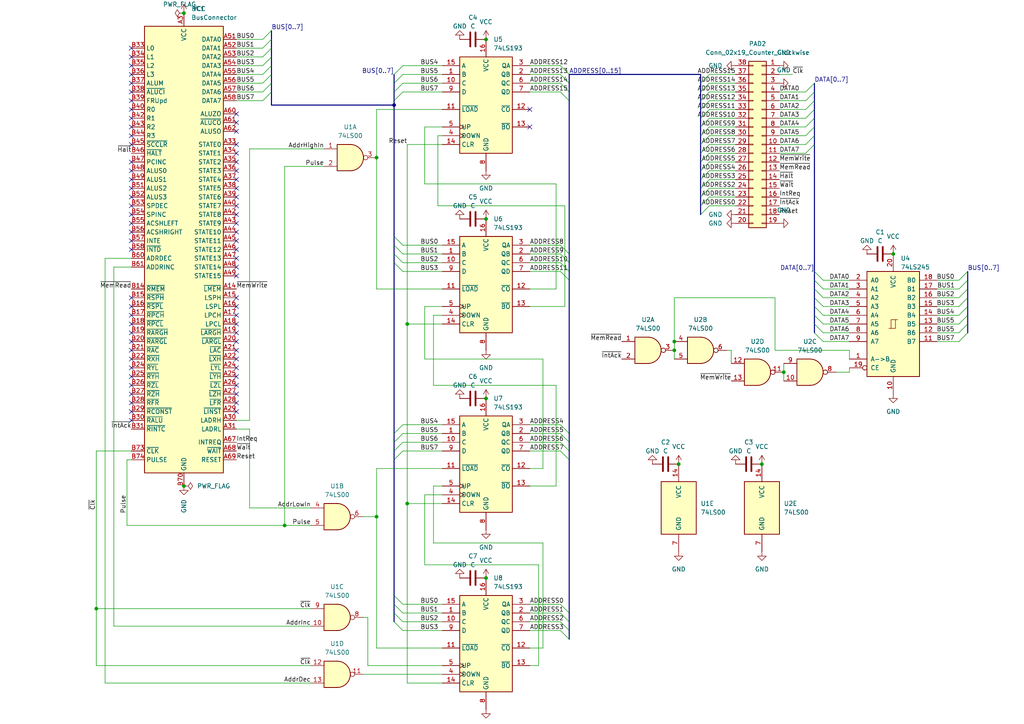
<source format=kicad_sch>
(kicad_sch (version 20250114) (generator "eeschema") (generator_version "9.0")
  (paper "A4")
  (junction (at 140.97 167.64))
  (junction (at 109.22 149.86))
  (junction (at 196.85 134.62))
  (junction (at 118.11 146.05))
  (junction (at 140.97 115.57))
  (junction (at 195.58 101.6))
  (junction (at 140.97 11.43))
  (junction (at 109.22 45.72))
  (junction (at 118.11 93.98))
  (junction (at 114.3 30.48))
  (junction (at 140.97 63.5))
  (junction (at 220.98 134.62))
  (junction (at 27.94 176.53))
  (junction (at 195.58 99.06))
  (junction (at 53.34 3.81))
  (junction (at 53.34 140.97))
  (junction (at 227.33 107.95))
  (junction (at 82.55 152.4))
  (junction (at 259.08 73.66))
  (no_connect (at 68.58 109.22))
  (no_connect (at 38.1 109.22))
  (no_connect (at 68.58 88.9))
  (no_connect (at 38.1 52.07))
  (no_connect (at 68.58 111.76))
  (no_connect (at 68.58 38.1))
  (no_connect (at 38.1 39.37))
  (no_connect (at 68.58 62.23))
  (no_connect (at 68.58 72.39))
  (no_connect (at 68.58 116.84))
  (no_connect (at 38.1 121.92))
  (no_connect (at 38.1 91.44))
  (no_connect (at 38.1 114.3))
  (no_connect (at 38.1 106.68))
  (no_connect (at 38.1 59.69))
  (no_connect (at 68.58 77.47))
  (no_connect (at 38.1 34.29))
  (no_connect (at 68.58 96.52))
  (no_connect (at 68.58 74.93))
  (no_connect (at 38.1 88.9))
  (no_connect (at 38.1 13.97))
  (no_connect (at 68.58 101.6))
  (no_connect (at 38.1 36.83))
  (no_connect (at 68.58 106.68))
  (no_connect (at 68.58 91.44))
  (no_connect (at 38.1 19.05))
  (no_connect (at 38.1 67.31))
  (no_connect (at 38.1 31.75))
  (no_connect (at 68.58 54.61))
  (no_connect (at 68.58 93.98))
  (no_connect (at 38.1 69.85))
  (no_connect (at 38.1 49.53))
  (no_connect (at 38.1 86.36))
  (no_connect (at 38.1 93.98))
  (no_connect (at 38.1 41.91))
  (no_connect (at 68.58 69.85))
  (no_connect (at 68.58 49.53))
  (no_connect (at 38.1 16.51))
  (no_connect (at 38.1 21.59))
  (no_connect (at 38.1 29.21))
  (no_connect (at 38.1 26.67))
  (no_connect (at 68.58 80.01))
  (no_connect (at 38.1 46.99))
  (no_connect (at 38.1 24.13))
  (no_connect (at 68.58 57.15))
  (no_connect (at 38.1 119.38))
  (no_connect (at 38.1 54.61))
  (no_connect (at 38.1 104.14))
  (no_connect (at 153.67 36.83))
  (no_connect (at 38.1 101.6))
  (no_connect (at 38.1 116.84))
  (no_connect (at 38.1 62.23))
  (no_connect (at 68.58 44.45))
  (no_connect (at 153.67 31.75))
  (no_connect (at 68.58 46.99))
  (no_connect (at 68.58 86.36))
  (no_connect (at 68.58 59.69))
  (no_connect (at 68.58 64.77))
  (no_connect (at 38.1 111.76))
  (no_connect (at 68.58 33.02))
  (no_connect (at 38.1 99.06))
  (no_connect (at 38.1 72.39))
  (no_connect (at 38.1 64.77))
  (no_connect (at 68.58 114.3))
  (no_connect (at 68.58 119.38))
  (no_connect (at 68.58 52.07))
  (no_connect (at 68.58 41.91))
  (no_connect (at 68.58 104.14))
  (no_connect (at 38.1 57.15))
  (no_connect (at 38.1 96.52))
  (no_connect (at 68.58 99.06))
  (no_connect (at 68.58 35.56))
  (no_connect (at 68.58 67.31))
  (bus_entry (at 78.74 8.89) (size -2.54 2.54))
  (bus_entry (at 236.22 34.29) (size -2.54 2.54))
  (bus_entry (at 203.2 34.29) (size 2.54 -2.54))
  (bus_entry (at 165.1 76.2) (size -2.54 -2.54))
  (bus_entry (at 236.22 91.44) (size 2.54 2.54))
  (bus_entry (at 203.2 52.07) (size 2.54 -2.54))
  (bus_entry (at 203.2 44.45) (size 2.54 -2.54))
  (bus_entry (at 78.74 26.67) (size -2.54 2.54))
  (bus_entry (at 203.2 54.61) (size 2.54 -2.54))
  (bus_entry (at 165.1 78.74) (size -2.54 -2.54))
  (bus_entry (at 114.3 125.73) (size 2.54 -2.54))
  (bus_entry (at 203.2 41.91) (size 2.54 -2.54))
  (bus_entry (at 236.22 36.83) (size -2.54 2.54))
  (bus_entry (at 114.3 68.58) (size 2.54 2.54))
  (bus_entry (at 165.1 182.88) (size -2.54 -2.54))
  (bus_entry (at 203.2 46.99) (size 2.54 -2.54))
  (bus_entry (at 203.2 31.75) (size 2.54 -2.54))
  (bus_entry (at 114.3 24.13) (size 2.54 -2.54))
  (bus_entry (at 114.3 180.34) (size 2.54 2.54))
  (bus_entry (at 114.3 175.26) (size 2.54 2.54))
  (bus_entry (at 114.3 29.21) (size 2.54 -2.54))
  (bus_entry (at 203.2 36.83) (size 2.54 -2.54))
  (bus_entry (at 236.22 93.98) (size 2.54 2.54))
  (bus_entry (at 165.1 81.28) (size -2.54 -2.54))
  (bus_entry (at 203.2 59.69) (size 2.54 -2.54))
  (bus_entry (at 165.1 185.42) (size -2.54 -2.54))
  (bus_entry (at 203.2 39.37) (size 2.54 -2.54))
  (bus_entry (at 236.22 29.21) (size -2.54 2.54))
  (bus_entry (at 236.22 24.13) (size -2.54 2.54))
  (bus_entry (at 280.67 78.74) (size -2.54 2.54))
  (bus_entry (at 236.22 78.74) (size 2.54 2.54))
  (bus_entry (at 114.3 21.59) (size 2.54 -2.54))
  (bus_entry (at 165.1 29.21) (size -2.54 -2.54))
  (bus_entry (at 78.74 19.05) (size -2.54 2.54))
  (bus_entry (at 114.3 177.8) (size 2.54 2.54))
  (bus_entry (at 236.22 26.67) (size -2.54 2.54))
  (bus_entry (at 78.74 11.43) (size -2.54 2.54))
  (bus_entry (at 165.1 133.35) (size -2.54 -2.54))
  (bus_entry (at 114.3 133.35) (size 2.54 -2.54))
  (bus_entry (at 280.67 88.9) (size -2.54 2.54))
  (bus_entry (at 114.3 71.12) (size 2.54 2.54))
  (bus_entry (at 203.2 24.13) (size 2.54 -2.54))
  (bus_entry (at 78.74 16.51) (size -2.54 2.54))
  (bus_entry (at 165.1 125.73) (size -2.54 -2.54))
  (bus_entry (at 114.3 76.2) (size 2.54 2.54))
  (bus_entry (at 203.2 26.67) (size 2.54 -2.54))
  (bus_entry (at 165.1 180.34) (size -2.54 -2.54))
  (bus_entry (at 114.3 172.72) (size 2.54 2.54))
  (bus_entry (at 236.22 41.91) (size -2.54 2.54))
  (bus_entry (at 114.3 130.81) (size 2.54 -2.54))
  (bus_entry (at 165.1 73.66) (size -2.54 -2.54))
  (bus_entry (at 78.74 24.13) (size -2.54 2.54))
  (bus_entry (at 165.1 26.67) (size -2.54 -2.54))
  (bus_entry (at 236.22 83.82) (size 2.54 2.54))
  (bus_entry (at 203.2 57.15) (size 2.54 -2.54))
  (bus_entry (at 78.74 13.97) (size -2.54 2.54))
  (bus_entry (at 114.3 26.67) (size 2.54 -2.54))
  (bus_entry (at 280.67 96.52) (size -2.54 2.54))
  (bus_entry (at 78.74 21.59) (size -2.54 2.54))
  (bus_entry (at 165.1 177.8) (size -2.54 -2.54))
  (bus_entry (at 165.1 24.13) (size -2.54 -2.54))
  (bus_entry (at 280.67 86.36) (size -2.54 2.54))
  (bus_entry (at 236.22 81.28) (size 2.54 2.54))
  (bus_entry (at 236.22 88.9) (size 2.54 2.54))
  (bus_entry (at 280.67 81.28) (size -2.54 2.54))
  (bus_entry (at 165.1 128.27) (size -2.54 -2.54))
  (bus_entry (at 236.22 31.75) (size -2.54 2.54))
  (bus_entry (at 280.67 83.82) (size -2.54 2.54))
  (bus_entry (at 236.22 96.52) (size 2.54 2.54))
  (bus_entry (at 203.2 29.21) (size 2.54 -2.54))
  (bus_entry (at 203.2 62.23) (size 2.54 -2.54))
  (bus_entry (at 114.3 128.27) (size 2.54 -2.54))
  (bus_entry (at 203.2 49.53) (size 2.54 -2.54))
  (bus_entry (at 236.22 86.36) (size 2.54 2.54))
  (bus_entry (at 165.1 130.81) (size -2.54 -2.54))
  (bus_entry (at 236.22 39.37) (size -2.54 2.54))
  (bus_entry (at 280.67 91.44) (size -2.54 2.54))
  (bus_entry (at 280.67 93.98) (size -2.54 2.54))
  (bus_entry (at 165.1 21.59) (size -2.54 -2.54))
  (bus_entry (at 114.3 73.66) (size 2.54 2.54))
  (bus (pts (xy 203.2 34.29) (xy 203.2 36.83)))
  (wire (pts (xy 153.67 76.2) (xy 162.56 76.2)))
  (wire (pts (xy 213.36 44.45) (xy 205.74 44.45)))
  (wire (pts (xy 116.84 180.34) (xy 128.27 180.34)))
  (wire (pts (xy 213.36 29.21) (xy 205.74 29.21)))
  (wire (pts (xy 109.22 187.96) (xy 128.27 187.96)))
  (wire (pts (xy 106.68 179.07) (xy 106.68 193.04)))
  (wire (pts (xy 226.06 26.67) (xy 233.68 26.67)))
  (wire (pts (xy 226.06 36.83) (xy 233.68 36.83)))
  (wire (pts (xy 116.84 24.13) (xy 128.27 24.13)))
  (bus (pts (xy 78.74 8.89) (xy 78.74 11.43)))
  (wire (pts (xy 246.38 88.9) (xy 238.76 88.9)))
  (bus (pts (xy 203.2 26.67) (xy 203.2 29.21)))
  (bus (pts (xy 114.3 180.34) (xy 114.3 177.8)))
  (wire (pts (xy 118.11 146.05) (xy 128.27 146.05)))
  (bus (pts (xy 114.3 172.72) (xy 114.3 133.35)))
  (wire (pts (xy 153.67 187.96) (xy 157.48 187.96)))
  (wire (pts (xy 36.83 133.35) (xy 38.1 133.35)))
  (bus (pts (xy 78.74 16.51) (xy 78.74 19.05)))
  (wire (pts (xy 68.58 16.51) (xy 76.2 16.51)))
  (bus (pts (xy 236.22 91.44) (xy 236.22 93.98)))
  (wire (pts (xy 72.39 121.92) (xy 68.58 121.92)))
  (bus (pts (xy 236.22 41.91) (xy 236.22 78.74)))
  (wire (pts (xy 278.13 86.36) (xy 271.78 86.36)))
  (wire (pts (xy 278.13 83.82) (xy 271.78 83.82)))
  (wire (pts (xy 153.67 123.19) (xy 162.56 123.19)))
  (wire (pts (xy 213.36 46.99) (xy 205.74 46.99)))
  (wire (pts (xy 30.48 74.93) (xy 38.1 74.93)))
  (bus (pts (xy 114.3 21.59) (xy 114.3 24.13)))
  (wire (pts (xy 156.21 193.04) (xy 156.21 163.83)))
  (wire (pts (xy 123.19 163.83) (xy 123.19 143.51)))
  (wire (pts (xy 153.67 135.89) (xy 157.48 135.89)))
  (wire (pts (xy 271.78 99.06) (xy 278.13 99.06)))
  (wire (pts (xy 227.33 105.41) (xy 227.33 107.95)))
  (wire (pts (xy 246.38 107.95) (xy 246.38 106.68)))
  (wire (pts (xy 68.58 21.59) (xy 76.2 21.59)))
  (bus (pts (xy 280.67 86.36) (xy 280.67 88.9)))
  (bus (pts (xy 78.74 13.97) (xy 78.74 16.51)))
  (wire (pts (xy 68.58 26.67) (xy 76.2 26.67)))
  (wire (pts (xy 118.11 93.98) (xy 118.11 41.91)))
  (wire (pts (xy 161.29 140.97) (xy 153.67 140.97)))
  (bus (pts (xy 236.22 88.9) (xy 236.22 91.44)))
  (wire (pts (xy 123.19 143.51) (xy 128.27 143.51)))
  (wire (pts (xy 127 39.37) (xy 128.27 39.37)))
  (bus (pts (xy 203.2 57.15) (xy 203.2 59.69)))
  (bus (pts (xy 114.3 125.73) (xy 114.3 76.2)))
  (wire (pts (xy 153.67 175.26) (xy 162.56 175.26)))
  (bus (pts (xy 236.22 39.37) (xy 236.22 41.91)))
  (wire (pts (xy 195.58 86.36) (xy 224.79 86.36)))
  (wire (pts (xy 30.48 198.12) (xy 30.48 74.93)))
  (bus (pts (xy 165.1 130.81) (xy 165.1 133.35)))
  (wire (pts (xy 116.84 177.8) (xy 128.27 177.8)))
  (bus (pts (xy 78.74 30.48) (xy 114.3 30.48)))
  (wire (pts (xy 125.73 140.97) (xy 128.27 140.97)))
  (wire (pts (xy 163.83 59.69) (xy 127 59.69)))
  (wire (pts (xy 90.17 176.53) (xy 27.94 176.53)))
  (wire (pts (xy 68.58 24.13) (xy 76.2 24.13)))
  (bus (pts (xy 165.1 24.13) (xy 165.1 26.67)))
  (bus (pts (xy 236.22 86.36) (xy 236.22 88.9)))
  (bus (pts (xy 165.1 177.8) (xy 165.1 180.34)))
  (wire (pts (xy 226.06 41.91) (xy 233.68 41.91)))
  (wire (pts (xy 157.48 135.89) (xy 157.48 104.14)))
  (wire (pts (xy 227.33 107.95) (xy 227.33 110.49)))
  (wire (pts (xy 195.58 101.6) (xy 195.58 104.14)))
  (wire (pts (xy 82.55 48.26) (xy 82.55 152.4)))
  (wire (pts (xy 195.58 99.06) (xy 195.58 101.6)))
  (wire (pts (xy 226.06 31.75) (xy 233.68 31.75)))
  (wire (pts (xy 153.67 125.73) (xy 162.56 125.73)))
  (wire (pts (xy 213.36 39.37) (xy 205.74 39.37)))
  (wire (pts (xy 68.58 124.46) (xy 72.39 124.46)))
  (wire (pts (xy 128.27 135.89) (xy 109.22 135.89)))
  (bus (pts (xy 203.2 21.59) (xy 165.1 21.59)))
  (wire (pts (xy 68.58 11.43) (xy 76.2 11.43)))
  (bus (pts (xy 165.1 128.27) (xy 165.1 130.81)))
  (wire (pts (xy 161.29 53.34) (xy 161.29 83.82)))
  (wire (pts (xy 68.58 19.05) (xy 76.2 19.05)))
  (bus (pts (xy 236.22 26.67) (xy 236.22 29.21)))
  (wire (pts (xy 116.84 26.67) (xy 128.27 26.67)))
  (bus (pts (xy 280.67 93.98) (xy 280.67 96.52)))
  (wire (pts (xy 213.36 36.83) (xy 205.74 36.83)))
  (bus (pts (xy 78.74 26.67) (xy 78.74 30.48)))
  (bus (pts (xy 114.3 130.81) (xy 114.3 128.27)))
  (wire (pts (xy 116.84 76.2) (xy 128.27 76.2)))
  (wire (pts (xy 123.19 88.9) (xy 128.27 88.9)))
  (bus (pts (xy 165.1 81.28) (xy 165.1 125.73)))
  (wire (pts (xy 116.84 182.88) (xy 128.27 182.88)))
  (bus (pts (xy 203.2 49.53) (xy 203.2 52.07)))
  (wire (pts (xy 116.84 73.66) (xy 128.27 73.66)))
  (wire (pts (xy 72.39 147.32) (xy 90.17 147.32)))
  (wire (pts (xy 123.19 104.14) (xy 123.19 88.9)))
  (bus (pts (xy 165.1 125.73) (xy 165.1 128.27)))
  (wire (pts (xy 27.94 193.04) (xy 27.94 176.53)))
  (bus (pts (xy 114.3 26.67) (xy 114.3 29.21)))
  (wire (pts (xy 278.13 81.28) (xy 271.78 81.28)))
  (wire (pts (xy 128.27 36.83) (xy 123.19 36.83)))
  (wire (pts (xy 93.98 43.18) (xy 72.39 43.18)))
  (wire (pts (xy 242.57 107.95) (xy 246.38 107.95)))
  (wire (pts (xy 116.84 128.27) (xy 128.27 128.27)))
  (wire (pts (xy 246.38 86.36) (xy 238.76 86.36)))
  (wire (pts (xy 212.09 101.6) (xy 212.09 105.41)))
  (wire (pts (xy 90.17 193.04) (xy 27.94 193.04)))
  (bus (pts (xy 236.22 31.75) (xy 236.22 34.29)))
  (wire (pts (xy 123.19 53.34) (xy 161.29 53.34)))
  (bus (pts (xy 78.74 19.05) (xy 78.74 21.59)))
  (wire (pts (xy 27.94 130.81) (xy 38.1 130.81)))
  (bus (pts (xy 203.2 24.13) (xy 203.2 21.59)))
  (wire (pts (xy 116.84 130.81) (xy 128.27 130.81)))
  (bus (pts (xy 114.3 30.48) (xy 114.3 68.58)))
  (bus (pts (xy 203.2 44.45) (xy 203.2 46.99)))
  (wire (pts (xy 271.78 93.98) (xy 278.13 93.98)))
  (wire (pts (xy 116.84 19.05) (xy 128.27 19.05)))
  (bus (pts (xy 203.2 46.99) (xy 203.2 49.53)))
  (wire (pts (xy 27.94 130.81) (xy 27.94 176.53)))
  (wire (pts (xy 213.36 57.15) (xy 205.74 57.15)))
  (bus (pts (xy 236.22 78.74) (xy 236.22 81.28)))
  (wire (pts (xy 68.58 29.21) (xy 76.2 29.21)))
  (wire (pts (xy 213.36 54.61) (xy 205.74 54.61)))
  (wire (pts (xy 153.67 180.34) (xy 162.56 180.34)))
  (wire (pts (xy 213.36 24.13) (xy 205.74 24.13)))
  (bus (pts (xy 280.67 91.44) (xy 280.67 93.98)))
  (wire (pts (xy 226.06 39.37) (xy 233.68 39.37)))
  (wire (pts (xy 157.48 157.48) (xy 125.73 157.48)))
  (wire (pts (xy 128.27 91.44) (xy 125.73 91.44)))
  (bus (pts (xy 280.67 81.28) (xy 280.67 83.82)))
  (wire (pts (xy 127 59.69) (xy 127 39.37)))
  (bus (pts (xy 280.67 83.82) (xy 280.67 86.36)))
  (wire (pts (xy 157.48 104.14) (xy 123.19 104.14)))
  (wire (pts (xy 153.67 177.8) (xy 162.56 177.8)))
  (wire (pts (xy 33.02 77.47) (xy 38.1 77.47)))
  (bus (pts (xy 114.3 73.66) (xy 114.3 76.2)))
  (wire (pts (xy 118.11 198.12) (xy 118.11 146.05)))
  (wire (pts (xy 125.73 111.76) (xy 161.29 111.76)))
  (wire (pts (xy 153.67 26.67) (xy 162.56 26.67)))
  (bus (pts (xy 236.22 34.29) (xy 236.22 36.83)))
  (bus (pts (xy 203.2 41.91) (xy 203.2 44.45)))
  (bus (pts (xy 165.1 78.74) (xy 165.1 81.28)))
  (wire (pts (xy 153.67 193.04) (xy 156.21 193.04)))
  (wire (pts (xy 128.27 83.82) (xy 109.22 83.82)))
  (wire (pts (xy 271.78 91.44) (xy 278.13 91.44)))
  (wire (pts (xy 153.67 182.88) (xy 162.56 182.88)))
  (wire (pts (xy 116.84 78.74) (xy 128.27 78.74)))
  (bus (pts (xy 203.2 52.07) (xy 203.2 54.61)))
  (wire (pts (xy 105.41 179.07) (xy 106.68 179.07)))
  (bus (pts (xy 236.22 83.82) (xy 236.22 86.36)))
  (bus (pts (xy 114.3 29.21) (xy 114.3 30.48)))
  (bus (pts (xy 203.2 36.83) (xy 203.2 39.37)))
  (wire (pts (xy 195.58 99.06) (xy 195.58 86.36)))
  (bus (pts (xy 114.3 177.8) (xy 114.3 175.26)))
  (wire (pts (xy 210.82 101.6) (xy 212.09 101.6)))
  (wire (pts (xy 109.22 45.72) (xy 109.22 83.82)))
  (wire (pts (xy 226.06 29.21) (xy 233.68 29.21)))
  (wire (pts (xy 153.67 88.9) (xy 163.83 88.9)))
  (bus (pts (xy 236.22 29.21) (xy 236.22 31.75)))
  (wire (pts (xy 238.76 99.06) (xy 246.38 99.06)))
  (wire (pts (xy 109.22 135.89) (xy 109.22 149.86)))
  (wire (pts (xy 161.29 111.76) (xy 161.29 140.97)))
  (wire (pts (xy 213.36 26.67) (xy 205.74 26.67)))
  (bus (pts (xy 78.74 24.13) (xy 78.74 26.67)))
  (wire (pts (xy 105.41 149.86) (xy 109.22 149.86)))
  (wire (pts (xy 36.83 152.4) (xy 82.55 152.4)))
  (wire (pts (xy 163.83 88.9) (xy 163.83 59.69)))
  (wire (pts (xy 153.67 71.12) (xy 162.56 71.12)))
  (wire (pts (xy 213.36 34.29) (xy 205.74 34.29)))
  (wire (pts (xy 82.55 152.4) (xy 90.17 152.4)))
  (wire (pts (xy 125.73 91.44) (xy 125.73 111.76)))
  (wire (pts (xy 128.27 198.12) (xy 118.11 198.12)))
  (wire (pts (xy 213.36 49.53) (xy 205.74 49.53)))
  (wire (pts (xy 157.48 187.96) (xy 157.48 157.48)))
  (bus (pts (xy 236.22 93.98) (xy 236.22 96.52)))
  (wire (pts (xy 153.67 19.05) (xy 162.56 19.05)))
  (wire (pts (xy 153.67 73.66) (xy 162.56 73.66)))
  (wire (pts (xy 118.11 41.91) (xy 128.27 41.91)))
  (wire (pts (xy 213.36 41.91) (xy 205.74 41.91)))
  (bus (pts (xy 236.22 24.13) (xy 236.22 26.67)))
  (wire (pts (xy 116.84 71.12) (xy 128.27 71.12)))
  (wire (pts (xy 125.73 157.48) (xy 125.73 140.97)))
  (bus (pts (xy 165.1 29.21) (xy 165.1 73.66)))
  (bus (pts (xy 203.2 59.69) (xy 203.2 62.23)))
  (wire (pts (xy 153.67 24.13) (xy 162.56 24.13)))
  (wire (pts (xy 116.84 21.59) (xy 128.27 21.59)))
  (bus (pts (xy 236.22 81.28) (xy 236.22 83.82)))
  (wire (pts (xy 246.38 93.98) (xy 238.76 93.98)))
  (bus (pts (xy 114.3 71.12) (xy 114.3 73.66)))
  (wire (pts (xy 153.67 130.81) (xy 162.56 130.81)))
  (wire (pts (xy 118.11 93.98) (xy 128.27 93.98)))
  (wire (pts (xy 246.38 101.6) (xy 246.38 104.14)))
  (wire (pts (xy 33.02 181.61) (xy 33.02 77.47)))
  (bus (pts (xy 165.1 73.66) (xy 165.1 76.2)))
  (wire (pts (xy 213.36 52.07) (xy 205.74 52.07)))
  (wire (pts (xy 246.38 91.44) (xy 238.76 91.44)))
  (wire (pts (xy 116.84 125.73) (xy 128.27 125.73)))
  (wire (pts (xy 246.38 96.52) (xy 238.76 96.52)))
  (bus (pts (xy 114.3 175.26) (xy 114.3 172.72)))
  (bus (pts (xy 114.3 24.13) (xy 114.3 26.67)))
  (wire (pts (xy 224.79 86.36) (xy 224.79 101.6)))
  (wire (pts (xy 153.67 21.59) (xy 162.56 21.59)))
  (bus (pts (xy 165.1 76.2) (xy 165.1 78.74)))
  (wire (pts (xy 109.22 31.75) (xy 128.27 31.75)))
  (wire (pts (xy 123.19 36.83) (xy 123.19 53.34)))
  (wire (pts (xy 90.17 198.12) (xy 30.48 198.12)))
  (wire (pts (xy 156.21 163.83) (xy 123.19 163.83)))
  (bus (pts (xy 280.67 78.74) (xy 280.67 81.28)))
  (bus (pts (xy 203.2 54.61) (xy 203.2 57.15)))
  (wire (pts (xy 224.79 101.6) (xy 246.38 101.6)))
  (wire (pts (xy 153.67 78.74) (xy 162.56 78.74)))
  (bus (pts (xy 78.74 11.43) (xy 78.74 13.97)))
  (wire (pts (xy 226.06 21.59) (xy 229.87 21.59)))
  (wire (pts (xy 72.39 43.18) (xy 72.39 121.92)))
  (wire (pts (xy 161.29 83.82) (xy 153.67 83.82)))
  (wire (pts (xy 213.36 31.75) (xy 205.74 31.75)))
  (bus (pts (xy 114.3 128.27) (xy 114.3 125.73)))
  (wire (pts (xy 246.38 83.82) (xy 238.76 83.82)))
  (wire (pts (xy 116.84 123.19) (xy 128.27 123.19)))
  (wire (pts (xy 105.41 195.58) (xy 128.27 195.58)))
  (wire (pts (xy 246.38 81.28) (xy 238.76 81.28)))
  (bus (pts (xy 203.2 29.21) (xy 203.2 31.75)))
  (wire (pts (xy 153.67 128.27) (xy 162.56 128.27)))
  (wire (pts (xy 116.84 175.26) (xy 128.27 175.26)))
  (bus (pts (xy 165.1 182.88) (xy 165.1 185.42)))
  (wire (pts (xy 93.98 48.26) (xy 82.55 48.26)))
  (wire (pts (xy 106.68 193.04) (xy 128.27 193.04)))
  (wire (pts (xy 68.58 13.97) (xy 76.2 13.97)))
  (wire (pts (xy 278.13 88.9) (xy 271.78 88.9)))
  (wire (pts (xy 36.83 133.35) (xy 36.83 152.4)))
  (bus (pts (xy 203.2 31.75) (xy 203.2 34.29)))
  (bus (pts (xy 114.3 133.35) (xy 114.3 130.81)))
  (bus (pts (xy 114.3 71.12) (xy 114.3 68.58)))
  (wire (pts (xy 213.36 59.69) (xy 205.74 59.69)))
  (wire (pts (xy 226.06 34.29) (xy 233.68 34.29)))
  (wire (pts (xy 271.78 96.52) (xy 278.13 96.52)))
  (bus (pts (xy 203.2 39.37) (xy 203.2 41.91)))
  (wire (pts (xy 109.22 31.75) (xy 109.22 45.72)))
  (bus (pts (xy 165.1 180.34) (xy 165.1 182.88)))
  (bus (pts (xy 165.1 21.59) (xy 165.1 24.13)))
  (bus (pts (xy 280.67 88.9) (xy 280.67 91.44)))
  (wire (pts (xy 118.11 146.05) (xy 118.11 93.98)))
  (wire (pts (xy 109.22 149.86) (xy 109.22 187.96)))
  (bus (pts (xy 78.74 21.59) (xy 78.74 24.13)))
  (wire (pts (xy 213.36 21.59) (xy 205.74 21.59)))
  (bus (pts (xy 203.2 24.13) (xy 203.2 26.67)))
  (bus (pts (xy 236.22 36.83) (xy 236.22 39.37)))
  (bus (pts (xy 165.1 133.35) (xy 165.1 177.8)))
  (bus (pts (xy 165.1 26.67) (xy 165.1 29.21)))
  (wire (pts (xy 233.68 44.45) (xy 226.06 44.45)))
  (wire (pts (xy 90.17 181.61) (xy 33.02 181.61)))
  (wire (pts (xy 72.39 124.46) (xy 72.39 147.32)))
  (label "BUS0" (at 121.92 175.26 0))
  (label "BUS3" (at 276.86 88.9 180))
  (label "IntReq" (at 68.58 128.27 0))
  (label "Pulse" (at 90.17 152.4 180))
  (label "BUS2" (at 121.92 76.2 0))
  (label "ADDRESS14" (at 153.67 24.13 0))
  (label "BUS4" (at 121.92 19.05 0))
  (label "~{IntAck}" (at 38.1 124.46 180))
  (label "~{MemWrite}" (at 68.58 83.82 0))
  (label "BUS3" (at 121.92 78.74 0))
  (label "ADDRESS13" (at 213.36 26.67 180))
  (label "ADDRESS2" (at 213.36 54.61 180))
  (label "BUS6" (at 121.92 128.27 0))
  (label "~{Wait}" (at 68.58 130.81 0))
  (label "ADDRESS15" (at 153.67 26.67 0))
  (label "ADDRESS6" (at 153.67 128.27 0))
  (label "BUS3" (at 121.92 182.88 0))
  (label "ADDRESS3" (at 153.67 182.88 0))
  (label "BUS[0..7]" (at 114.3 21.59 180))
  (label "~{MemRead}" (at 226.06 49.53 0))
  (label "~{Clk}" (at 229.87 21.59 0))
  (label "BUS7" (at 121.92 26.67 0))
  (label "BUS1" (at 121.92 177.8 0))
  (label "ADDRESS8" (at 153.67 71.12 0))
  (label "DATA2" (at 246.38 86.36 180))
  (label "ADDRESS14" (at 213.36 24.13 180))
  (label "BUS1" (at 271.78 83.82 0))
  (label "Pulse" (at 93.98 48.26 180))
  (label "~{MemRead}" (at 38.1 83.82 180))
  (label "DATA1" (at 226.06 29.21 0))
  (label "ADDRESS2" (at 153.67 180.34 0))
  (label "BUS1" (at 121.92 73.66 0))
  (label "DATA7" (at 226.06 44.45 0))
  (label "DATA3" (at 246.38 88.9 180))
  (label "BUS0" (at 121.92 71.12 0))
  (label "ADDRESS0" (at 153.67 175.26 0))
  (label "BUS2" (at 276.86 86.36 180))
  (label "ADDRESS9" (at 153.67 73.66 0))
  (label "DATA0" (at 246.38 81.28 180))
  (label "DATA3" (at 226.06 34.29 0))
  (label "BUS0" (at 68.58 11.43 0))
  (label "~{IntAck}" (at 180.34 104.14 180))
  (label "~{IntAck}" (at 226.06 59.69 0))
  (label "AddrLowIn" (at 90.17 147.32 180))
  (label "BUS6" (at 121.92 24.13 0))
  (label "BUS3" (at 68.58 19.05 0))
  (label "ADDRESS[0..15]" (at 165.1 21.59 0))
  (label "DATA1" (at 246.38 83.82 180))
  (label "ADDRESS6" (at 213.36 44.45 180))
  (label "BUS5" (at 276.86 96.52 180))
  (label "DATA4" (at 246.38 91.44 180))
  (label "ADDRESS5" (at 213.36 46.99 180))
  (label "ADDRESS4" (at 153.67 123.19 0))
  (label "ADDRESS3" (at 213.36 52.07 180))
  (label "BUS6" (at 68.58 26.67 0))
  (label "BUS7" (at 121.92 130.81 0))
  (label "Pulse" (at 36.83 143.51 270))
  (label "ADDRESS9" (at 213.36 36.83 180))
  (label "~{Wait}" (at 226.06 54.61 0))
  (label "BUS0" (at 276.86 81.28 180))
  (label "ADDRESS0" (at 213.36 59.69 180))
  (label "ADDRESS11" (at 213.36 31.75 180))
  (label "DATA0" (at 226.06 26.67 0))
  (label "ADDRESS10" (at 153.67 76.2 0))
  (label "ADDRESS1" (at 153.67 177.8 0))
  (label "BUS7" (at 276.86 99.06 180))
  (label "ADDRESS15" (at 213.36 21.59 180))
  (label "IntReq" (at 226.06 57.15 0))
  (label "DATA5" (at 226.06 39.37 0))
  (label "Reset" (at 226.06 62.23 0))
  (label "BUS[0..7]" (at 78.74 8.89 0))
  (label "ADDRESS8" (at 213.36 39.37 180))
  (label "BUS[0..7]" (at 280.67 78.74 0))
  (label "ADDRESS13" (at 153.67 21.59 0))
  (label "~{Clk}" (at 90.17 176.53 180))
  (label "ADDRESS12" (at 213.36 29.21 180))
  (label "AddrInc" (at 90.17 181.61 180))
  (label "BUS5" (at 276.86 93.98 180))
  (label "~{Halt}" (at 226.06 52.07 0))
  (label "BUS4" (at 121.92 123.19 0))
  (label "DATA6" (at 226.06 41.91 0))
  (label "DATA[0..7]" (at 236.22 78.74 180))
  (label "ADDRESS5" (at 153.67 125.73 0))
  (label "ADDRESS10" (at 213.36 34.29 180))
  (label "DATA[0..7]" (at 236.22 24.13 0))
  (label "BUS1" (at 68.58 13.97 0))
  (label "Reset" (at 118.11 41.91 180))
  (label "AddrDec" (at 90.17 198.12 180))
  (label "~{Clk}" (at 27.94 144.78 270))
  (label "BUS2" (at 121.92 180.34 0))
  (label "BUS7" (at 68.58 29.21 0))
  (label "ADDRESS7" (at 213.36 41.91 180))
  (label "Reset" (at 68.58 133.35 0))
  (label "~{MemRead}" (at 180.34 99.06 180))
  (label "BUS5" (at 68.58 24.13 0))
  (label "DATA4" (at 226.06 36.83 0))
  (label "BUS5" (at 121.92 21.59 0))
  (label "ADDRESS11" (at 153.67 78.74 0))
  (label "~{MemWrite}" (at 212.09 110.49 180))
  (label "DATA7" (at 246.38 99.06 180))
  (label "ADDRESS1" (at 213.36 57.15 180))
  (label "BUS5" (at 121.92 125.73 0))
  (label "BUS4" (at 276.86 91.44 180))
  (label "ADDRESS7" (at 153.67 130.81 0))
  (label "BUS2" (at 68.58 16.51 0))
  (label "DATA6" (at 246.38 96.52 180))
  (label "ADDRESS4" (at 213.36 49.53 180))
  (label "BUS4" (at 68.58 21.59 0))
  (label "DATA5" (at 246.38 93.98 180))
  (label "~{Halt}" (at 38.1 44.45 180))
  (label "AddrHighIn" (at 93.98 43.18 180))
  (label "ADDRESS12" (at 153.67 19.05 0))
  (label "DATA2" (at 226.06 31.75 0))
  (label "~{MemWrite}" (at 226.06 46.99 0))
  (label "~{Clk}" (at 90.17 193.04 180))
  (symbol (lib_id "power:GND") (at 53.34 140.97 0) (unit 1)
    (property "Reference" "#PWR0112" (effects (hide yes)))
    (property "Value" "GND" (at 53.3399 144.78 90) (effects (justify right)))
    (property "Description" "Power symbol creates a global label with name \"GND\" , ground" (effects (hide yes)))
  )
  (symbol (lib_id "74xx:74LS00") (at 187.96 101.6 0) (unit 1)
    (property "Reference" "U2" (at 187.9517 92.71 0))
    (property "Value" "74LS00" (at 187.9517 95.25 0))
    (property "Footprint" "Package_DIP:DIP-14_W7.62mm_Socket_LongPads" (effects (hide yes)))
    (property "Datasheet" "http://www.ti.com/lit/gpn/sn74ls00" (effects (hide yes)))
    (property "Description" "quad 2-input NAND gate" (effects (hide yes)))
  )
  (symbol (lib_id "power:GND") (at 220.98 160.02 0) (unit 1)
    (property "Reference" "#PWR021" (effects (hide yes)))
    (property "Value" "GND" (at 220.98 165.1 0))
    (property "Description" "Power symbol creates a global label with name \"GND\" , ground" (effects (hide yes)))
  )
  (symbol (lib_id "power:VCC") (at 53.34 3.81 0) (unit 1)
    (property "Reference" "#PWR065" (effects (hide yes)))
    (property "Value" "VCC" (at 55.88 2.5399 0) (effects (justify left)))
    (property "Description" "Power symbol creates a global label with name \"VCC\"" (effects (hide yes)))
  )
  (symbol (lib_id "74xx:74LS193") (at 140.97 81.28 0) (unit 1)
    (property "Reference" "U6" (at 143.1133 63.5 0) (effects (justify left)))
    (property "Value" "74LS193" (at 143.1133 66.04 0) (effects (justify left)))
    (property "Footprint" "Package_DIP:DIP-16_W7.62mm_Socket_LongPads" (effects (hide yes)))
    (property "Datasheet" "http://www.ti.com/lit/ds/symlink/sn74ls193.pdf" (effects (hide yes)))
    (property "Description" "Synchronous 4-bit Up/Down (2 clk) counter" (effects (hide yes)))
  )
  (symbol (lib_id "74xx:74LS00") (at 234.95 107.95 0) (unit 3)
    (property "Reference" "U2" (at 234.9417 99.06 0))
    (property "Value" "74LS00" (at 234.9417 101.6 0))
    (property "Footprint" "Package_DIP:DIP-14_W7.62mm_Socket_LongPads" (effects (hide yes)))
    (property "Datasheet" "http://www.ti.com/lit/gpn/sn74ls00" (effects (hide yes)))
    (property "Description" "quad 2-input NAND gate" (effects (hide yes)))
  )
  (symbol (lib_id "power:VCC") (at 220.98 134.62 0) (unit 1)
    (property "Reference" "#PWR02" (effects (hide yes)))
    (property "Value" "VCC" (at 220.98 129.54 0))
    (property "Description" "Power symbol creates a global label with name \"VCC\"" (effects (hide yes)))
  )
  (symbol (lib_id "power:VCC") (at 140.97 167.64 0) (unit 1)
    (property "Reference" "#PWR09" (effects (hide yes)))
    (property "Value" "VCC" (at 140.97 162.56 0))
    (property "Description" "Power symbol creates a global label with name \"VCC\"" (effects (hide yes)))
  )
  (symbol (lib_id "74xx:74LS245") (at 259.08 93.98 0) (unit 1)
    (property "Reference" "U4" (at 261.2233 74.93 0) (effects (justify left)))
    (property "Value" "74LS245" (at 261.2233 77.47 0) (effects (justify left)))
    (property "Footprint" "Package_DIP:DIP-20_W7.62mm_Socket_LongPads" (effects (hide yes)))
    (property "Datasheet" "http://www.ti.com/lit/gpn/sn74LS245" (effects (hide yes)))
    (property "Description" "Octal BUS Transceivers, 3-State outputs" (effects (hide yes)))
  )
  (symbol (lib_id "power:GND") (at 133.35 11.43 180) (unit 1)
    (property "Reference" "#PWR022" (effects (hide yes)))
    (property "Value" "GND" (at 133.35 7.62 0))
    (property "Description" "Power symbol creates a global label with name \"GND\" , ground" (effects (hide yes)))
  )
  (symbol (lib_id "Connector_Generic:Conn_02x19_Counter_Clockwise") (at 220.98 41.91 0) (mirror y) (unit 1)
    (property "Reference" "PAD2" (at 219.71 12.7 0))
    (property "Value" "Conn_02x19_Counter_Clockwise" (at 219.71 15.24 0))
    (property "Footprint" "Connector_PinSocket_2.54mm:PinSocket_2x19_P2.54mm_Horizontal" (effects (hide yes)))
    (property "Description" "Generic connector, double row, 02x19, counter clockwise pin numbering scheme (similar to DIP package numbering), script generated (kicad-library-utils/schlib/autogen/connector/)" (effects (hide yes)))
  )
  (symbol (lib_id "74xx:74LS193") (at 140.97 29.21 0) (unit 1)
    (property "Reference" "U5" (at 143.1133 11.43 0) (effects (justify left)))
    (property "Value" "74LS193" (at 143.1133 13.97 0) (effects (justify left)))
    (property "Footprint" "Package_DIP:DIP-16_W7.62mm_Socket_LongPads" (effects (hide yes)))
    (property "Datasheet" "http://www.ti.com/lit/ds/symlink/sn74ls193.pdf" (effects (hide yes)))
    (property "Description" "Synchronous 4-bit Up/Down (2 clk) counter" (effects (hide yes)))
  )
  (symbol (lib_id "power:VCC") (at 140.97 11.43 0) (unit 1)
    (property "Reference" "#PWR03" (effects (hide yes)))
    (property "Value" "VCC" (at 140.97 6.35 0))
    (property "Description" "Power symbol creates a global label with name \"VCC\"" (effects (hide yes)))
  )
  (symbol (lib_id "74xx:74LS00") (at 196.85 147.32 0) (unit 5)
    (property "Reference" "U1" (at 203.2 146.0499 0) (effects (justify left)))
    (property "Value" "74LS00" (at 203.2 148.5899 0) (effects (justify left)))
    (property "Footprint" "Package_DIP:DIP-14_W7.62mm_Socket_LongPads" (effects (hide yes)))
    (property "Datasheet" "http://www.ti.com/lit/gpn/sn74ls00" (effects (hide yes)))
    (property "Description" "quad 2-input NAND gate" (effects (hide yes)))
  )
  (symbol (lib_id "power:VCC") (at 196.85 134.62 0) (unit 1)
    (property "Reference" "#PWR025" (effects (hide yes)))
    (property "Value" "VCC" (at 196.85 129.54 0))
    (property "Description" "Power symbol creates a global label with name \"VCC\"" (effects (hide yes)))
  )
  (symbol (lib_id "power:GND") (at 196.85 160.02 0) (unit 1)
    (property "Reference" "#PWR026" (effects (hide yes)))
    (property "Value" "GND" (at 196.85 165.1 0))
    (property "Description" "Power symbol creates a global label with name \"GND\" , ground" (effects (hide yes)))
  )
  (symbol (lib_id "power:VCC") (at 140.97 115.57 0) (unit 1)
    (property "Reference" "#PWR07" (effects (hide yes)))
    (property "Value" "VCC" (at 140.97 110.49 0))
    (property "Description" "Power symbol creates a global label with name \"VCC\"" (effects (hide yes)))
  )
  (symbol (lib_id "power:VCC") (at 259.08 73.66 0) (unit 1)
    (property "Reference" "#PWR013" (effects (hide yes)))
    (property "Value" "VCC" (at 259.08 68.58 0))
    (property "Description" "Power symbol creates a global label with name \"VCC\"" (effects (hide yes)))
  )
  (symbol (lib_id "power:GND") (at 140.97 205.74 0) (unit 1)
    (property "Reference" "#PWR010" (effects (hide yes)))
    (property "Value" "GND" (at 140.97 210.82 0))
    (property "Description" "Power symbol creates a global label with name \"GND\" , ground" (effects (hide yes)))
  )
  (symbol (lib_id "74xx:74LS00") (at 220.98 147.32 0) (unit 5)
    (property "Reference" "U2" (at 227.33 146.0499 0) (effects (justify left)))
    (property "Value" "74LS00" (at 227.33 148.5899 0) (effects (justify left)))
    (property "Footprint" "Package_DIP:DIP-14_W7.62mm_Socket_LongPads" (effects (hide yes)))
    (property "Datasheet" "http://www.ti.com/lit/gpn/sn74ls00" (effects (hide yes)))
    (property "Description" "quad 2-input NAND gate" (effects (hide yes)))
  )
  (symbol (lib_id "power:GND") (at 213.36 134.62 180) (unit 1)
    (property "Reference" "#PWR01" (effects (hide yes)))
    (property "Value" "GND" (at 213.36 130.81 0))
    (property "Description" "Power symbol creates a global label with name \"GND\" , ground" (effects (hide yes)))
  )
  (symbol (lib_id "Device:C") (at 137.16 63.5 90) (unit 1)
    (property "Reference" "C5" (at 137.16 57.15 90))
    (property "Value" "C" (at 137.16 59.69 90))
    (property "Footprint" "Capacitor_SMD:C_0805_2012Metric_Pad1.18x1.45mm_HandSolder" (effects (hide yes)))
    (property "Description" "Unpolarized capacitor" (effects (hide yes)))
  )
  (symbol (lib_id "power:GND") (at 213.36 19.05 270) (mirror x) (unit 1)
    (property "Reference" "#PWR018" (effects (hide yes)))
    (property "Value" "GND" (at 209.55 19.0499 90) (effects (justify right)))
    (property "Description" "Power symbol creates a global label with name \"GND\" , ground" (effects (hide yes)))
  )
  (symbol (lib_id "Device:C") (at 255.27 73.66 90) (unit 1)
    (property "Reference" "C1" (at 255.27 67.31 90))
    (property "Value" "C" (at 255.27 69.85 90))
    (property "Footprint" "Capacitor_SMD:C_0805_2012Metric_Pad1.18x1.45mm_HandSolder" (effects (hide yes)))
    (property "Description" "Unpolarized capacitor" (effects (hide yes)))
  )
  (symbol (lib_id "74xx:74LS00") (at 97.79 195.58 0) (unit 4)
    (property "Reference" "U1" (at 97.7817 186.69 0))
    (property "Value" "74LS00" (at 97.7817 189.23 0))
    (property "Footprint" "Package_DIP:DIP-14_W7.62mm_Socket_LongPads" (effects (hide yes)))
    (property "Datasheet" "http://www.ti.com/lit/gpn/sn74ls00" (effects (hide yes)))
    (property "Description" "quad 2-input NAND gate" (effects (hide yes)))
  )
  (symbol (lib_id "74xx:74LS193") (at 140.97 185.42 0) (unit 1)
    (property "Reference" "U8" (at 143.1133 167.64 0) (effects (justify left)))
    (property "Value" "74LS193" (at 143.1133 170.18 0) (effects (justify left)))
    (property "Footprint" "Package_DIP:DIP-16_W7.62mm_Socket_LongPads" (effects (hide yes)))
    (property "Datasheet" "http://www.ti.com/lit/ds/symlink/sn74ls193.pdf" (effects (hide yes)))
    (property "Description" "Synchronous 4-bit Up/Down (2 clk) counter" (effects (hide yes)))
  )
  (symbol (lib_id "power:GND") (at 251.46 73.66 180) (unit 1)
    (property "Reference" "#PWR019" (effects (hide yes)))
    (property "Value" "GND" (at 251.46 69.85 0))
    (property "Description" "Power symbol creates a global label with name \"GND\" , ground" (effects (hide yes)))
  )
  (symbol (lib_id "power:VCC") (at 140.97 63.5 0) (unit 1)
    (property "Reference" "#PWR05" (effects (hide yes)))
    (property "Value" "VCC" (at 140.97 58.42 0))
    (property "Description" "Power symbol creates a global label with name \"VCC\"" (effects (hide yes)))
  )
  (symbol (lib_id "power:PWR_FLAG") (at 53.34 3.81 90) (unit 1)
    (property "Reference" "#FLG01" (effects (hide yes)))
    (property "Value" "PWR_FLAG" (at 52.07 1.27 90))
    (property "Description" "Special symbol for telling ERC where power comes from" (effects (hide yes)))
  )
  (symbol (lib_id "cpu816symbols:BusConnector") (at 53.34 72.39 0) (unit 1)
    (property "Reference" "BC1" (at 55.4833 2.54 0) (effects (justify left)))
    (property "Value" "BusConnector" (at 55.4833 5.08 0) (effects (justify left)))
    (property "Footprint" "Connector_PCBEdge:BUS_PCIexpress_x16" (effects (hide yes)))
    (property "Description" "PCI Express bus connector" (effects (hide yes)))
  )
  (symbol (lib_id "power:GND") (at 226.06 19.05 90) (mirror x) (unit 1)
    (property "Reference" "#PWR011" (effects (hide yes)))
    (property "Value" "GND" (at 227.33 15.24 90))
    (property "Description" "Power symbol creates a global label with name \"GND\" , ground" (effects (hide yes)))
  )
  (symbol (lib_id "power:GND") (at 213.36 64.77 270) (mirror x) (unit 1)
    (property "Reference" "#PWR016" (effects (hide yes)))
    (property "Value" "GND" (at 209.55 64.7699 90) (effects (justify right)))
    (property "Description" "Power symbol creates a global label with name \"GND\" , ground" (effects (hide yes)))
  )
  (symbol (lib_id "power:GND") (at 189.23 134.62 180) (unit 1)
    (property "Reference" "#PWR020" (effects (hide yes)))
    (property "Value" "GND" (at 189.23 130.81 0))
    (property "Description" "Power symbol creates a global label with name \"GND\" , ground" (effects (hide yes)))
  )
  (symbol (lib_id "74xx:74LS193") (at 140.97 133.35 0) (unit 1)
    (property "Reference" "U7" (at 143.1133 115.57 0) (effects (justify left)))
    (property "Value" "74LS193" (at 143.1133 118.11 0) (effects (justify left)))
    (property "Footprint" "Package_DIP:DIP-16_W7.62mm_Socket_LongPads" (effects (hide yes)))
    (property "Datasheet" "http://www.ti.com/lit/ds/symlink/sn74ls193.pdf" (effects (hide yes)))
    (property "Description" "Synchronous 4-bit Up/Down (2 clk) counter" (effects (hide yes)))
  )
  (symbol (lib_id "power:PWR_FLAG") (at 53.34 140.97 270) (unit 1)
    (property "Reference" "#FLG02" (effects (hide yes)))
    (property "Value" "PWR_FLAG" (at 57.15 140.9699 90) (effects (justify left)))
    (property "Description" "Special symbol for telling ERC where power comes from" (effects (hide yes)))
  )
  (symbol (lib_id "power:GND") (at 133.35 167.64 180) (unit 1)
    (property "Reference" "#PWR027" (effects (hide yes)))
    (property "Value" "GND" (at 133.35 163.83 0))
    (property "Description" "Power symbol creates a global label with name \"GND\" , ground" (effects (hide yes)))
  )
  (symbol (lib_id "Device:C") (at 137.16 11.43 90) (unit 1)
    (property "Reference" "C4" (at 137.16 5.08 90))
    (property "Value" "C" (at 137.16 7.62 90))
    (property "Footprint" "Capacitor_SMD:C_0805_2012Metric_Pad1.18x1.45mm_HandSolder" (effects (hide yes)))
    (property "Description" "Unpolarized capacitor" (effects (hide yes)))
  )
  (symbol (lib_id "power:GND") (at 226.06 24.13 90) (mirror x) (unit 1)
    (property "Reference" "#PWR014" (effects (hide yes)))
    (property "Value" "GND" (at 227.33 20.32 90))
    (property "Description" "Power symbol creates a global label with name \"GND\" , ground" (effects (hide yes)))
  )
  (symbol (lib_id "Device:C") (at 217.17 134.62 90) (unit 1)
    (property "Reference" "C3" (at 217.17 128.27 90))
    (property "Value" "C" (at 217.17 130.81 90))
    (property "Footprint" "Capacitor_SMD:C_0805_2012Metric_Pad1.18x1.45mm_HandSolder" (effects (hide yes)))
    (property "Description" "Unpolarized capacitor" (effects (hide yes)))
  )
  (symbol (lib_id "power:GND") (at 259.08 114.3 0) (unit 1)
    (property "Reference" "#PWR012" (effects (hide yes)))
    (property "Value" "GND" (at 259.08 119.38 0))
    (property "Description" "Power symbol creates a global label with name \"GND\" , ground" (effects (hide yes)))
  )
  (symbol (lib_id "power:GND") (at 226.06 64.77 90) (mirror x) (unit 1)
    (property "Reference" "#PWR015" (effects (hide yes)))
    (property "Value" "GND" (at 227.33 60.96 90))
    (property "Description" "Power symbol creates a global label with name \"GND\" , ground" (effects (hide yes)))
  )
  (symbol (lib_id "74xx:74LS00") (at 219.71 107.95 0) (unit 4)
    (property "Reference" "U2" (at 219.7017 99.06 0))
    (property "Value" "74LS00" (at 219.7017 101.6 0))
    (property "Footprint" "Package_DIP:DIP-14_W7.62mm_Socket_LongPads" (effects (hide yes)))
    (property "Datasheet" "http://www.ti.com/lit/gpn/sn74ls00" (effects (hide yes)))
    (property "Description" "quad 2-input NAND gate" (effects (hide yes)))
  )
  (symbol (lib_id "Device:C") (at 193.04 134.62 90) (unit 1)
    (property "Reference" "C2" (at 193.04 128.27 90))
    (property "Value" "C" (at 193.04 130.81 90))
    (property "Footprint" "Capacitor_SMD:C_0805_2012Metric_Pad1.18x1.45mm_HandSolder" (effects (hide yes)))
    (property "Description" "Unpolarized capacitor" (effects (hide yes)))
  )
  (symbol (lib_id "Device:C") (at 137.16 115.57 90) (unit 1)
    (property "Reference" "C6" (at 137.16 109.22 90))
    (property "Value" "C" (at 137.16 111.76 90))
    (property "Footprint" "Capacitor_SMD:C_0805_2012Metric_Pad1.18x1.45mm_HandSolder" (effects (hide yes)))
    (property "Description" "Unpolarized capacitor" (effects (hide yes)))
  )
  (symbol (lib_id "Device:C") (at 137.16 167.64 90) (unit 1)
    (property "Reference" "C7" (at 137.16 161.29 90))
    (property "Value" "C" (at 137.16 163.83 90))
    (property "Footprint" "Capacitor_SMD:C_0805_2012Metric_Pad1.18x1.45mm_HandSolder" (effects (hide yes)))
    (property "Description" "Unpolarized capacitor" (effects (hide yes)))
  )
  (symbol (lib_id "74xx:74LS00") (at 203.2 101.6 0) (unit 2)
    (property "Reference" "U2" (at 203.1917 92.71 0))
    (property "Value" "74LS00" (at 203.1917 95.25 0))
    (property "Footprint" "Package_DIP:DIP-14_W7.62mm_Socket_LongPads" (effects (hide yes)))
    (property "Datasheet" "http://www.ti.com/lit/gpn/sn74ls00" (effects (hide yes)))
    (property "Description" "quad 2-input NAND gate" (effects (hide yes)))
  )
  (symbol (lib_id "74xx:74LS00") (at 97.79 149.86 0) (unit 2)
    (property "Reference" "U1" (at 97.7817 140.97 0))
    (property "Value" "74LS00" (at 97.7817 143.51 0))
    (property "Footprint" "Package_DIP:DIP-14_W7.62mm_Socket_LongPads" (effects (hide yes)))
    (property "Datasheet" "http://www.ti.com/lit/gpn/sn74ls00" (effects (hide yes)))
    (property "Description" "quad 2-input NAND gate" (effects (hide yes)))
  )
  (symbol (lib_id "power:GND") (at 140.97 101.6 0) (unit 1)
    (property "Reference" "#PWR06" (effects (hide yes)))
    (property "Value" "GND" (at 140.97 106.68 0))
    (property "Description" "Power symbol creates a global label with name \"GND\" , ground" (effects (hide yes)))
  )
  (symbol (lib_id "74xx:74LS00") (at 101.6 45.72 0) (unit 1)
    (property "Reference" "U1" (at 101.5917 36.83 0))
    (property "Value" "74LS00" (at 101.5917 39.37 0))
    (property "Footprint" "Package_DIP:DIP-14_W7.62mm_Socket_LongPads" (effects (hide yes)))
    (property "Datasheet" "http://www.ti.com/lit/gpn/sn74ls00" (effects (hide yes)))
    (property "Description" "quad 2-input NAND gate" (effects (hide yes)))
  )
  (symbol (lib_id "power:GND") (at 213.36 62.23 270) (mirror x) (unit 1)
    (property "Reference" "#PWR017" (effects (hide yes)))
    (property "Value" "GND" (at 209.55 62.2299 90) (effects (justify right)))
    (property "Description" "Power symbol creates a global label with name \"GND\" , ground" (effects (hide yes)))
  )
  (symbol (lib_id "power:GND") (at 133.35 115.57 180) (unit 1)
    (property "Reference" "#PWR024" (effects (hide yes)))
    (property "Value" "GND" (at 133.35 111.76 0))
    (property "Description" "Power symbol creates a global label with name \"GND\" , ground" (effects (hide yes)))
  )
  (symbol (lib_id "power:GND") (at 140.97 153.67 0) (unit 1)
    (property "Reference" "#PWR08" (effects (hide yes)))
    (property "Value" "GND" (at 140.97 158.75 0))
    (property "Description" "Power symbol creates a global label with name \"GND\" , ground" (effects (hide yes)))
  )
  (symbol (lib_id "74xx:74LS00") (at 97.79 179.07 0) (unit 3)
    (property "Reference" "U1" (at 97.7817 170.18 0))
    (property "Value" "74LS00" (at 97.7817 172.72 0))
    (property "Footprint" "Package_DIP:DIP-14_W7.62mm_Socket_LongPads" (effects (hide yes)))
    (property "Datasheet" "http://www.ti.com/lit/gpn/sn74ls00" (effects (hide yes)))
    (property "Description" "quad 2-input NAND gate" (effects (hide yes)))
  )
  (symbol (lib_id "power:GND") (at 140.97 49.53 0) (unit 1)
    (property "Reference" "#PWR04" (effects (hide yes)))
    (property "Value" "GND" (at 140.97 54.61 0))
    (property "Description" "Power symbol creates a global label with name \"GND\" , ground" (effects (hide yes)))
  )
  (symbol (lib_id "power:GND") (at 133.35 63.5 180) (unit 1)
    (property "Reference" "#PWR023" (effects (hide yes)))
    (property "Value" "GND" (at 133.35 59.69 0))
    (property "Description" "Power symbol creates a global label with name \"GND\" , ground" (effects (hide yes)))
  )
)
</source>
